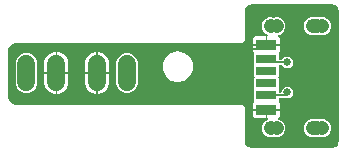
<source format=gtl>
G04 EAGLE Gerber RS-274X export*
G75*
%MOMM*%
%FSLAX34Y34*%
%LPD*%
%INTop Copper*%
%IPPOS*%
%AMOC8*
5,1,8,0,0,1.08239X$1,22.5*%
G01*
G04 Define Apertures*
%ADD10C,1.524000*%
%ADD11C,1.208000*%
%ADD12R,1.800000X0.700000*%
%ADD13R,1.800000X0.800000*%
%ADD14R,1.800000X0.900000*%
%ADD15C,0.152400*%
%ADD16C,0.654800*%
G36*
X177197Y3328D02*
X180165Y4123D01*
X180507Y4320D01*
X182680Y6493D01*
X182877Y6835D01*
X183672Y9803D01*
X183698Y10000D01*
X183698Y119000D01*
X183672Y119197D01*
X182877Y122165D01*
X182680Y122507D01*
X180507Y124680D01*
X180165Y124877D01*
X177197Y125672D01*
X177000Y125698D01*
X110000Y125698D01*
X109803Y125672D01*
X106835Y124877D01*
X106493Y124680D01*
X104320Y122507D01*
X104123Y122165D01*
X103328Y119197D01*
X103302Y119000D01*
X103302Y94632D01*
X101368Y92698D01*
X-90000Y92698D01*
X-90197Y92672D01*
X-93165Y91877D01*
X-93507Y91680D01*
X-95680Y89507D01*
X-95877Y89165D01*
X-96672Y86197D01*
X-96698Y86000D01*
X-96698Y47000D01*
X-96672Y46803D01*
X-95877Y43835D01*
X-95680Y43493D01*
X-93507Y41320D01*
X-93165Y41123D01*
X-90197Y40328D01*
X-90000Y40302D01*
X101368Y40302D01*
X103302Y38368D01*
X103302Y10000D01*
X103328Y9803D01*
X104123Y6835D01*
X104320Y6493D01*
X106493Y4320D01*
X106835Y4123D01*
X109803Y3328D01*
X110000Y3302D01*
X177000Y3302D01*
X177197Y3328D01*
G37*
%LPC*%
G36*
X159405Y99136D02*
X156625Y100288D01*
X154498Y102415D01*
X153346Y105195D01*
X153346Y108205D01*
X154498Y110985D01*
X156625Y113112D01*
X159405Y114264D01*
X162415Y114264D01*
X162618Y114180D01*
X162916Y114122D01*
X163202Y114180D01*
X163405Y114264D01*
X166415Y114264D01*
X166618Y114180D01*
X166916Y114122D01*
X167202Y114180D01*
X167405Y114264D01*
X170415Y114264D01*
X173195Y113112D01*
X175322Y110985D01*
X176474Y108205D01*
X176474Y105195D01*
X175322Y102415D01*
X173195Y100288D01*
X170415Y99136D01*
X167405Y99136D01*
X167202Y99220D01*
X166904Y99278D01*
X166618Y99220D01*
X166415Y99136D01*
X163405Y99136D01*
X163202Y99220D01*
X162904Y99278D01*
X162618Y99220D01*
X162415Y99136D01*
X159405Y99136D01*
G37*
G36*
X122672Y91762D02*
X122672Y98040D01*
X122721Y98040D01*
X123018Y98100D01*
X123268Y98272D01*
X123431Y98527D01*
X123482Y98826D01*
X123412Y99121D01*
X123233Y99366D01*
X123012Y99506D01*
X121125Y100288D01*
X118998Y102415D01*
X117846Y105195D01*
X117846Y108205D01*
X118998Y110985D01*
X121125Y113112D01*
X123905Y114264D01*
X126915Y114264D01*
X127618Y113972D01*
X127916Y113915D01*
X128202Y113972D01*
X128905Y114264D01*
X131915Y114264D01*
X134695Y113112D01*
X136822Y110985D01*
X137974Y108205D01*
X137974Y105195D01*
X136822Y102415D01*
X134695Y100288D01*
X132227Y99265D01*
X131975Y99096D01*
X131810Y98842D01*
X131757Y98543D01*
X131824Y98247D01*
X131980Y98023D01*
X133450Y96552D01*
X133450Y91762D01*
X122672Y91762D01*
G37*
G36*
X110370Y91762D02*
X110370Y96552D01*
X111858Y98040D01*
X121148Y98040D01*
X121148Y91762D01*
X110370Y91762D01*
G37*
G36*
X110370Y36762D02*
X110370Y41552D01*
X111398Y42580D01*
X111565Y42832D01*
X111621Y43131D01*
X111556Y43427D01*
X111398Y43657D01*
X111386Y43669D01*
X111386Y52931D01*
X111566Y53111D01*
X111733Y53364D01*
X111789Y53662D01*
X111724Y53958D01*
X111566Y54189D01*
X111386Y54369D01*
X111386Y62631D01*
X111716Y62961D01*
X111883Y63214D01*
X111939Y63512D01*
X111874Y63808D01*
X111716Y64039D01*
X111386Y64369D01*
X111386Y72631D01*
X111566Y72811D01*
X111733Y73064D01*
X111789Y73362D01*
X111724Y73658D01*
X111566Y73889D01*
X111386Y74069D01*
X111386Y83331D01*
X111398Y83343D01*
X111565Y83596D01*
X111621Y83894D01*
X111556Y84190D01*
X111398Y84420D01*
X110370Y85448D01*
X110370Y90238D01*
X133450Y90238D01*
X133450Y85448D01*
X132423Y84420D01*
X132255Y84168D01*
X132199Y83869D01*
X132265Y83573D01*
X132423Y83343D01*
X132434Y83331D01*
X132434Y79248D01*
X132494Y78951D01*
X132666Y78701D01*
X132921Y78537D01*
X133196Y78486D01*
X134885Y78486D01*
X135182Y78546D01*
X135424Y78709D01*
X137713Y80998D01*
X141687Y80998D01*
X144498Y78187D01*
X144498Y74213D01*
X141687Y71402D01*
X137713Y71402D01*
X135424Y73691D01*
X135171Y73858D01*
X134885Y73914D01*
X132991Y73914D01*
X132694Y73854D01*
X132444Y73682D01*
X132280Y73427D01*
X132229Y73128D01*
X132299Y72833D01*
X132434Y72639D01*
X132434Y64369D01*
X132104Y64039D01*
X131937Y63786D01*
X131881Y63488D01*
X131946Y63192D01*
X132104Y62961D01*
X132434Y62631D01*
X132434Y54369D01*
X132254Y54189D01*
X132087Y53936D01*
X132031Y53638D01*
X132096Y53342D01*
X132254Y53111D01*
X132434Y52931D01*
X132434Y51348D01*
X132494Y51051D01*
X132666Y50801D01*
X132921Y50637D01*
X133196Y50586D01*
X134140Y50586D01*
X134437Y50646D01*
X134687Y50818D01*
X134851Y51073D01*
X134902Y51348D01*
X134902Y52787D01*
X137713Y55598D01*
X141687Y55598D01*
X144498Y52787D01*
X144498Y48813D01*
X141687Y46002D01*
X137447Y46002D01*
X137385Y46014D01*
X133196Y46014D01*
X132899Y45954D01*
X132649Y45782D01*
X132485Y45527D01*
X132434Y45252D01*
X132434Y43669D01*
X132423Y43657D01*
X132255Y43404D01*
X132199Y43106D01*
X132265Y42810D01*
X132423Y42580D01*
X133450Y41552D01*
X133450Y36762D01*
X110370Y36762D01*
G37*
G36*
X41063Y60692D02*
X36494Y64336D01*
X33958Y69601D01*
X33958Y75445D01*
X36494Y80710D01*
X41063Y84354D01*
X46760Y85654D01*
X52458Y84354D01*
X57027Y80710D01*
X59562Y75445D01*
X59562Y69601D01*
X57027Y64336D01*
X52458Y60692D01*
X46760Y59392D01*
X41063Y60692D01*
G37*
G36*
X-66040Y68072D02*
X-66040Y76951D01*
X-64493Y80685D01*
X-61635Y83543D01*
X-57901Y85090D01*
X-56642Y85090D01*
X-56642Y68072D01*
X-66040Y68072D01*
G37*
G36*
X-55118Y68072D02*
X-55118Y85090D01*
X-53859Y85090D01*
X-50125Y83543D01*
X-47267Y80685D01*
X-45720Y76951D01*
X-45720Y68072D01*
X-55118Y68072D01*
G37*
G36*
X-31750Y68034D02*
X-31750Y76913D01*
X-30203Y80647D01*
X-27345Y83505D01*
X-23611Y85052D01*
X-22352Y85052D01*
X-22352Y68034D01*
X-31750Y68034D01*
G37*
G36*
X-20828Y68034D02*
X-20828Y85052D01*
X-19569Y85052D01*
X-15835Y83505D01*
X-12977Y80647D01*
X-11430Y76913D01*
X-11430Y68034D01*
X-20828Y68034D01*
G37*
G36*
X-83099Y50546D02*
X-86460Y51938D01*
X-89032Y54510D01*
X-90424Y57871D01*
X-90424Y76749D01*
X-89032Y80110D01*
X-86460Y82682D01*
X-83099Y84074D01*
X-79461Y84074D01*
X-76100Y82682D01*
X-73528Y80110D01*
X-72136Y76749D01*
X-72136Y57871D01*
X-73528Y54510D01*
X-76100Y51938D01*
X-79461Y50546D01*
X-83099Y50546D01*
G37*
G36*
X1991Y50508D02*
X-1370Y51900D01*
X-3942Y54472D01*
X-5334Y57833D01*
X-5334Y76711D01*
X-3942Y80072D01*
X-1370Y82644D01*
X1991Y84036D01*
X5629Y84036D01*
X8990Y82644D01*
X11562Y80072D01*
X12954Y76711D01*
X12954Y57833D01*
X11562Y54472D01*
X8990Y51900D01*
X5629Y50508D01*
X1991Y50508D01*
G37*
G36*
X-55118Y49530D02*
X-55118Y66548D01*
X-45720Y66548D01*
X-45720Y57669D01*
X-47267Y53935D01*
X-50125Y51077D01*
X-53859Y49530D01*
X-55118Y49530D01*
G37*
G36*
X-57901Y49530D02*
X-61635Y51077D01*
X-64493Y53935D01*
X-66040Y57669D01*
X-66040Y66548D01*
X-56642Y66548D01*
X-56642Y49530D01*
X-57901Y49530D01*
G37*
G36*
X-20828Y49492D02*
X-20828Y66510D01*
X-11430Y66510D01*
X-11430Y57631D01*
X-12977Y53897D01*
X-15835Y51039D01*
X-19569Y49492D01*
X-20828Y49492D01*
G37*
G36*
X-23611Y49492D02*
X-27345Y51039D01*
X-30203Y53897D01*
X-31750Y57631D01*
X-31750Y66510D01*
X-22352Y66510D01*
X-22352Y49492D01*
X-23611Y49492D01*
G37*
G36*
X123905Y12736D02*
X121125Y13888D01*
X118998Y16015D01*
X117846Y18795D01*
X117846Y21805D01*
X118998Y24585D01*
X121125Y26712D01*
X123012Y27494D01*
X123264Y27664D01*
X123429Y27918D01*
X123482Y28216D01*
X123415Y28512D01*
X123237Y28758D01*
X122978Y28915D01*
X122721Y28960D01*
X122672Y28960D01*
X122672Y35238D01*
X133450Y35238D01*
X133450Y30448D01*
X131980Y28978D01*
X131812Y28725D01*
X131757Y28427D01*
X131822Y28130D01*
X131997Y27883D01*
X132227Y27735D01*
X134695Y26712D01*
X136822Y24585D01*
X137974Y21805D01*
X137974Y18795D01*
X136822Y16015D01*
X134695Y13888D01*
X131915Y12736D01*
X128905Y12736D01*
X128202Y13028D01*
X127904Y13086D01*
X127618Y13028D01*
X126915Y12736D01*
X123905Y12736D01*
G37*
G36*
X111858Y28960D02*
X110370Y30448D01*
X110370Y35238D01*
X121148Y35238D01*
X121148Y28960D01*
X111858Y28960D01*
G37*
G36*
X159405Y12736D02*
X156625Y13888D01*
X154498Y16015D01*
X153346Y18795D01*
X153346Y21805D01*
X154498Y24585D01*
X156625Y26712D01*
X159405Y27864D01*
X162415Y27864D01*
X162618Y27780D01*
X162916Y27722D01*
X163202Y27780D01*
X163405Y27864D01*
X166415Y27864D01*
X166618Y27780D01*
X166916Y27722D01*
X167202Y27780D01*
X167405Y27864D01*
X170415Y27864D01*
X173195Y26712D01*
X175322Y24585D01*
X176474Y21805D01*
X176474Y18795D01*
X175322Y16015D01*
X173195Y13888D01*
X170415Y12736D01*
X167405Y12736D01*
X167202Y12820D01*
X166904Y12878D01*
X166618Y12820D01*
X166415Y12736D01*
X163405Y12736D01*
X163202Y12820D01*
X162904Y12878D01*
X162618Y12820D01*
X162415Y12736D01*
X159405Y12736D01*
G37*
%LPD*%
D10*
X-81280Y59690D02*
X-81280Y74930D01*
X-55880Y74930D02*
X-55880Y59690D01*
X3810Y59652D02*
X3810Y74892D01*
X-21590Y74892D02*
X-21590Y59652D01*
D11*
X168910Y20300D03*
X164910Y20300D03*
X160910Y20300D03*
X130410Y20300D03*
X125410Y20300D03*
X168910Y106700D03*
X164910Y106700D03*
X160910Y106700D03*
X130410Y106700D03*
X125410Y106700D03*
D12*
X121910Y58500D03*
X121910Y68500D03*
D13*
X121910Y78700D03*
X121910Y48300D03*
D14*
X121910Y91000D03*
X121910Y36000D03*
D15*
X121910Y76200D02*
X121910Y78700D01*
X121910Y76200D02*
X139700Y76200D01*
D16*
X139700Y76200D03*
D15*
X139700Y48300D02*
X121910Y48300D01*
X139700Y48300D02*
X139700Y50800D01*
D16*
X139700Y50800D03*
D15*
X121910Y87630D02*
X121910Y91000D01*
X121910Y87630D02*
X109220Y87630D01*
X109220Y76200D01*
M02*

</source>
